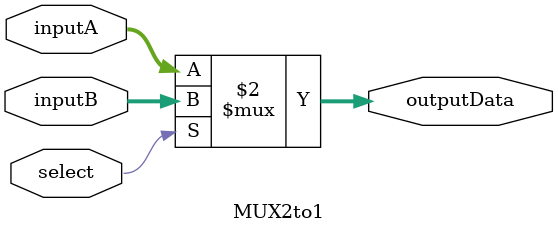
<source format=sv>

module MUX2to1 #(
    parameter DATA_WIDTH = 32
)(
    input logic [DATA_WIDTH-1:0] inputA,
    input logic [DATA_WIDTH-1:0] inputB,
    input logic select,
    output logic [DATA_WIDTH-1:0] outputData
);

    // MUX operation
    assign outputData = (select == 1) ? inputB : inputA;

endmodule


</source>
